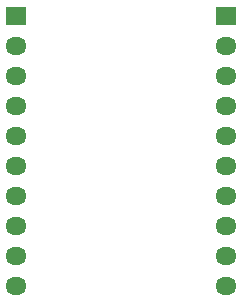
<source format=gbr>
G04 #@! TF.GenerationSoftware,KiCad,Pcbnew,(5.1.8)-1*
G04 #@! TF.CreationDate,2023-07-12T22:59:16+03:00*
G04 #@! TF.ProjectId,INV,494e562e-6b69-4636-9164-5f7063625858,rev?*
G04 #@! TF.SameCoordinates,PX48ab840PY2455c20*
G04 #@! TF.FileFunction,Soldermask,Bot*
G04 #@! TF.FilePolarity,Negative*
%FSLAX46Y46*%
G04 Gerber Fmt 4.6, Leading zero omitted, Abs format (unit mm)*
G04 Created by KiCad (PCBNEW (5.1.8)-1) date 2023-07-12 22:59:16*
%MOMM*%
%LPD*%
G01*
G04 APERTURE LIST*
%ADD10O,1.800000X1.500000*%
%ADD11R,1.800000X1.500000*%
G04 APERTURE END LIST*
D10*
X20320000Y-25400000D03*
X20320000Y-22860000D03*
X20320000Y-20320000D03*
X20320000Y-17780000D03*
X20320000Y-15240000D03*
X20320000Y-12700000D03*
X20320000Y-10160000D03*
X20320000Y-7620000D03*
X20320000Y-5080000D03*
D11*
X20320000Y-2540000D03*
D10*
X2540000Y-25400000D03*
X2540000Y-22860000D03*
X2540000Y-20320000D03*
X2540000Y-17780000D03*
X2540000Y-15240000D03*
X2540000Y-12700000D03*
X2540000Y-10160000D03*
X2540000Y-7620000D03*
X2540000Y-5080000D03*
D11*
X2540000Y-2540000D03*
M02*

</source>
